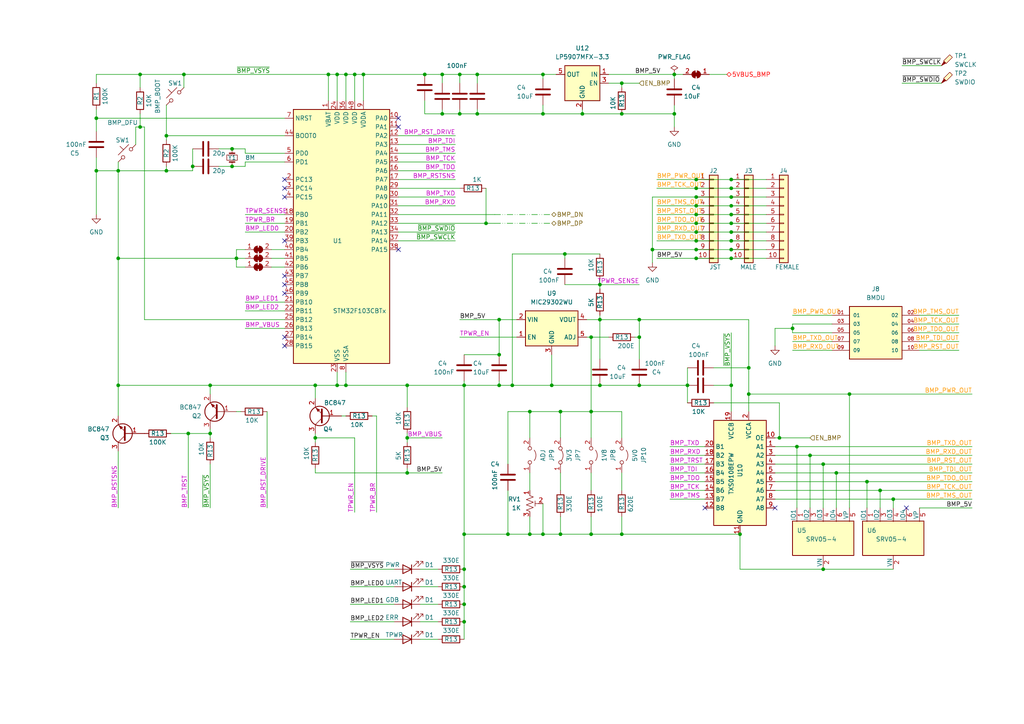
<source format=kicad_sch>
(kicad_sch (version 20230121) (generator eeschema)
  (paper "A4")
  (title_block (title "UniDebug - Unified Embedded Debug & Proto") (date "2023-12-25") (rev "R0V1") (company "Shreyas K (https://github.com/shreyask21)") (comment 1 "https://github.com/shreyask21/UniDebug") (comment 2 "Licence: CC BY-NC-SA 4.0"))
  (junction (at 34.29 74.93))
  (junction (at 212.09 64.77))
  (junction (at 238.76 165.1))
  (junction (at 40.64 36.83))
  (junction (at 128.27 21.59))
  (junction (at 217.17 106.68))
  (junction (at 199.39 111.76))
  (junction (at 180.34 154.94))
  (junction (at 201.93 62.23))
  (junction (at 173.99 111.76))
  (junction (at 67.31 48.26))
  (junction (at 229.87 95.25))
  (junction (at 212.09 69.85))
  (junction (at 153.67 154.94))
  (junction (at 118.11 111.76))
  (junction (at 153.67 119.38))
  (junction (at 238.76 134.62))
  (junction (at 173.99 82.55))
  (junction (at 91.44 127))
  (junction (at 118.11 137.16))
  (junction (at 212.09 59.69))
  (junction (at 128.27 33.02))
  (junction (at 251.46 139.7))
  (junction (at 212.09 52.07))
  (junction (at 134.62 180.34))
  (junction (at 97.79 111.76))
  (junction (at 34.29 49.53))
  (junction (at 34.29 111.76))
  (junction (at 138.43 21.59))
  (junction (at 95.25 21.59))
  (junction (at 212.09 72.39))
  (junction (at 123.19 21.59))
  (junction (at 171.45 97.79))
  (junction (at 91.44 111.76))
  (junction (at 134.62 154.94))
  (junction (at 195.58 33.02))
  (junction (at 100.33 21.59))
  (junction (at 212.09 67.31))
  (junction (at 201.93 59.69))
  (junction (at 48.26 49.53))
  (junction (at 68.58 74.93))
  (junction (at 217.17 114.3))
  (junction (at 201.93 69.85))
  (junction (at 147.32 154.94))
  (junction (at 140.97 64.77))
  (junction (at 134.62 111.76))
  (junction (at 242.57 137.16))
  (junction (at 171.45 154.94))
  (junction (at 201.93 54.61))
  (junction (at 234.95 132.08))
  (junction (at 226.06 127))
  (junction (at 212.09 111.76))
  (junction (at 144.78 102.87))
  (junction (at 157.48 33.02))
  (junction (at 171.45 119.38))
  (junction (at 255.27 142.24))
  (junction (at 180.34 24.13))
  (junction (at 157.48 154.94))
  (junction (at 134.62 165.1))
  (junction (at 246.38 114.3))
  (junction (at 162.56 119.38))
  (junction (at 40.64 21.59))
  (junction (at 201.93 52.07))
  (junction (at 134.62 170.18))
  (junction (at 97.79 21.59))
  (junction (at 185.42 92.71))
  (junction (at 55.88 48.26))
  (junction (at 133.35 21.59))
  (junction (at 185.42 111.76))
  (junction (at 168.91 33.02))
  (junction (at 54.61 125.73))
  (junction (at 201.93 57.15))
  (junction (at 48.26 39.37))
  (junction (at 134.62 175.26))
  (junction (at 212.09 74.93))
  (junction (at 173.99 92.71))
  (junction (at 214.63 154.94))
  (junction (at 180.34 33.02))
  (junction (at 133.35 33.02))
  (junction (at 212.09 54.61))
  (junction (at 231.14 129.54))
  (junction (at 163.83 73.66))
  (junction (at 212.09 62.23))
  (junction (at 100.33 111.76))
  (junction (at 102.87 21.59))
  (junction (at 60.96 111.76))
  (junction (at 201.93 64.77))
  (junction (at 27.94 34.29))
  (junction (at 157.48 21.59))
  (junction (at 160.02 111.76))
  (junction (at 189.23 72.39))
  (junction (at 53.34 21.59))
  (junction (at 212.09 57.15))
  (junction (at 148.59 111.76))
  (junction (at 162.56 154.94))
  (junction (at 201.93 74.93))
  (junction (at 201.93 72.39))
  (junction (at 144.78 92.71))
  (junction (at 118.11 127))
  (junction (at 201.93 67.31))
  (junction (at 195.58 21.59))
  (junction (at 105.41 21.59))
  (junction (at 185.42 97.79))
  (junction (at 259.08 144.78))
  (junction (at 138.43 33.02))
  (junction (at 67.31 43.18))
  (junction (at 144.78 111.76))
  (junction (at 27.94 49.53))
  (junction (at 60.96 125.73))
  (no_connect (at 82.55 82.55))
  (no_connect (at 82.55 100.33))
  (no_connect (at 82.55 69.85))
  (no_connect (at 115.57 34.29))
  (no_connect (at 262.89 147.32))
  (no_connect (at 82.55 52.07))
  (no_connect (at 224.79 147.32))
  (no_connect (at 115.57 72.39))
  (no_connect (at 82.55 54.61))
  (no_connect (at 204.47 147.32))
  (no_connect (at 82.55 97.79))
  (no_connect (at 82.55 57.15))
  (no_connect (at 82.55 80.01))
  (no_connect (at 82.55 85.09))
  (no_connect (at 115.57 36.83))
  (wire (pts (xy 138.43 21.59) (xy 157.48 21.59)))
  (wire (pts (xy 34.29 46.99) (xy 34.29 49.53)))
  (wire (pts (xy 189.23 72.39) (xy 189.23 57.15)))
  (wire (pts (xy 127 165.1) (xy 121.92 165.1)))
  (wire (pts (xy 134.62 170.18) (xy 134.62 175.26)))
  (wire (pts (xy 194.31 134.62) (xy 204.47 134.62)))
  (wire (pts (xy 234.95 132.08) (xy 281.94 132.08)))
  (wire (pts (xy 67.31 48.26) (xy 71.12 48.26)))
  (wire (pts (xy 212.09 52.07) (xy 222.25 52.07)))
  (wire (pts (xy 144.78 92.71) (xy 149.86 92.71)))
  (wire (pts (xy 71.12 46.99) (xy 82.55 46.99)))
  (wire (pts (xy 115.57 64.77) (xy 140.97 64.77)))
  (wire (pts (xy 133.35 21.59) (xy 138.43 21.59)))
  (wire (pts (xy 201.93 62.23) (xy 212.09 62.23)))
  (wire (pts (xy 49.53 125.73) (xy 54.61 125.73)))
  (wire (pts (xy 190.5 62.23) (xy 201.93 62.23)))
  (wire (pts (xy 261.62 24.13) (xy 273.05 24.13)))
  (wire (pts (xy 180.34 33.02) (xy 168.91 33.02)))
  (wire (pts (xy 194.31 129.54) (xy 204.47 129.54)))
  (wire (pts (xy 71.12 87.63) (xy 82.55 87.63)))
  (wire (pts (xy 278.13 93.98) (xy 266.7 93.98)))
  (wire (pts (xy 212.09 57.15) (xy 222.25 57.15)))
  (wire (pts (xy 170.18 92.71) (xy 173.99 92.71)))
  (wire (pts (xy 195.58 30.48) (xy 195.58 33.02)))
  (wire (pts (xy 173.99 82.55) (xy 173.99 83.82)))
  (wire (pts (xy 138.43 33.02) (xy 133.35 33.02)))
  (wire (pts (xy 242.57 137.16) (xy 242.57 147.32)))
  (wire (pts (xy 55.88 48.26) (xy 55.88 49.53)))
  (wire (pts (xy 48.26 39.37) (xy 82.55 39.37)))
  (wire (pts (xy 53.34 21.59) (xy 53.34 25.4)))
  (wire (pts (xy 198.12 21.59) (xy 195.58 21.59)))
  (wire (pts (xy 71.12 43.18) (xy 71.12 44.45)))
  (wire (pts (xy 171.45 149.86) (xy 171.45 154.94)))
  (wire (pts (xy 242.57 137.16) (xy 281.94 137.16)))
  (wire (pts (xy 185.42 92.71) (xy 217.17 92.71)))
  (wire (pts (xy 217.17 106.68) (xy 217.17 114.3)))
  (wire (pts (xy 185.42 104.14) (xy 185.42 97.79)))
  (wire (pts (xy 234.95 147.32) (xy 234.95 132.08)))
  (wire (pts (xy 226.06 116.84) (xy 226.06 127)))
  (wire (pts (xy 147.32 154.94) (xy 153.67 154.94)))
  (wire (pts (xy 229.87 101.6) (xy 241.3 101.6)))
  (wire (pts (xy 101.6 175.26) (xy 114.3 175.26)))
  (wire (pts (xy 144.78 92.71) (xy 144.78 102.87)))
  (wire (pts (xy 34.29 120.65) (xy 34.29 111.76)))
  (wire (pts (xy 115.57 44.45) (xy 132.08 44.45)))
  (wire (pts (xy 278.13 101.6) (xy 266.7 101.6)))
  (wire (pts (xy 48.26 48.26) (xy 48.26 49.53)))
  (wire (pts (xy 134.62 154.94) (xy 134.62 165.1)))
  (wire (pts (xy 118.11 137.16) (xy 128.27 137.16)))
  (wire (pts (xy 123.19 21.59) (xy 128.27 21.59)))
  (wire (pts (xy 71.12 46.99) (xy 71.12 48.26)))
  (wire (pts (xy 128.27 31.75) (xy 128.27 33.02)))
  (wire (pts (xy 259.08 144.78) (xy 281.94 144.78)))
  (wire (pts (xy 201.93 67.31) (xy 212.09 67.31)))
  (wire (pts (xy 194.31 142.24) (xy 204.47 142.24)))
  (wire (pts (xy 163.83 73.66) (xy 148.59 73.66)))
  (wire (pts (xy 201.93 69.85) (xy 212.09 69.85)))
  (wire (pts (xy 170.18 97.79) (xy 171.45 97.79)))
  (wire (pts (xy 229.87 96.52) (xy 241.3 96.52)))
  (wire (pts (xy 229.87 93.98) (xy 229.87 95.25)))
  (wire (pts (xy 128.27 21.59) (xy 133.35 21.59)))
  (wire (pts (xy 71.12 44.45) (xy 82.55 44.45)))
  (wire (pts (xy 91.44 127) (xy 91.44 128.27)))
  (wire (pts (xy 118.11 137.16) (xy 118.11 135.89)))
  (wire (pts (xy 134.62 110.49) (xy 134.62 111.76)))
  (wire (pts (xy 40.64 36.83) (xy 41.91 36.83)))
  (wire (pts (xy 118.11 111.76) (xy 118.11 118.11)))
  (wire (pts (xy 127 185.42) (xy 121.92 185.42)))
  (wire (pts (xy 212.09 111.76) (xy 212.09 119.38)))
  (wire (pts (xy 173.99 92.71) (xy 185.42 92.71)))
  (wire (pts (xy 171.45 137.16) (xy 171.45 142.24)))
  (wire (pts (xy 195.58 33.02) (xy 180.34 33.02)))
  (wire (pts (xy 231.14 129.54) (xy 281.94 129.54)))
  (wire (pts (xy 195.58 21.59) (xy 176.53 21.59)))
  (wire (pts (xy 224.79 142.24) (xy 255.27 142.24)))
  (wire (pts (xy 168.91 33.02) (xy 168.91 31.75)))
  (wire (pts (xy 102.87 29.21) (xy 102.87 21.59)))
  (wire (pts (xy 71.12 72.39) (xy 68.58 72.39)))
  (wire (pts (xy 40.64 33.02) (xy 40.64 36.83)))
  (wire (pts (xy 60.96 111.76) (xy 91.44 111.76)))
  (wire (pts (xy 201.93 64.77) (xy 212.09 64.77)))
  (wire (pts (xy 123.19 29.21) (xy 123.19 33.02)))
  (wire (pts (xy 97.79 21.59) (xy 97.79 29.21)))
  (wire (pts (xy 171.45 97.79) (xy 176.53 97.79)))
  (wire (pts (xy 27.94 34.29) (xy 82.55 34.29)))
  (wire (pts (xy 78.74 77.47) (xy 82.55 77.47)))
  (wire (pts (xy 134.62 180.34) (xy 134.62 185.42)))
  (wire (pts (xy 40.64 25.4) (xy 40.64 21.59)))
  (wire (pts (xy 27.94 21.59) (xy 40.64 21.59)))
  (wire (pts (xy 251.46 139.7) (xy 281.94 139.7)))
  (wire (pts (xy 101.6 165.1) (xy 114.3 165.1)))
  (wire (pts (xy 134.62 111.76) (xy 134.62 154.94)))
  (wire (pts (xy 246.38 114.3) (xy 281.94 114.3)))
  (wire (pts (xy 97.79 111.76) (xy 100.33 111.76)))
  (wire (pts (xy 78.74 72.39) (xy 82.55 72.39)))
  (wire (pts (xy 48.26 30.48) (xy 48.26 39.37)))
  (wire (pts (xy 115.57 39.37) (xy 132.08 39.37)))
  (wire (pts (xy 41.91 92.71) (xy 82.55 92.71)))
  (wire (pts (xy 147.32 142.24) (xy 147.32 154.94)))
  (wire (pts (xy 144.78 111.76) (xy 148.59 111.76)))
  (wire (pts (xy 201.93 57.15) (xy 212.09 57.15)))
  (wire (pts (xy 229.87 95.25) (xy 224.79 95.25)))
  (wire (pts (xy 153.67 119.38) (xy 162.56 119.38)))
  (wire (pts (xy 207.01 116.84) (xy 226.06 116.84)))
  (wire (pts (xy 27.94 45.72) (xy 27.94 49.53)))
  (wire (pts (xy 153.67 154.94) (xy 153.67 149.86)))
  (wire (pts (xy 195.58 22.86) (xy 195.58 21.59)))
  (wire (pts (xy 115.57 59.69) (xy 132.08 59.69)))
  (wire (pts (xy 143.51 62.23) (xy 160.02 62.23)) (stroke (width 0) (type dash_dot_dot)))
  (wire (pts (xy 115.57 46.99) (xy 132.08 46.99)))
  (wire (pts (xy 27.94 49.53) (xy 34.29 49.53)))
  (wire (pts (xy 189.23 72.39) (xy 201.93 72.39)))
  (wire (pts (xy 27.94 38.1) (xy 27.94 34.29)))
  (wire (pts (xy 171.45 154.94) (xy 180.34 154.94)))
  (wire (pts (xy 190.5 52.07) (xy 201.93 52.07)))
  (wire (pts (xy 144.78 110.49) (xy 144.78 111.76)))
  (wire (pts (xy 95.25 21.59) (xy 97.79 21.59)))
  (wire (pts (xy 67.31 43.18) (xy 71.12 43.18)))
  (wire (pts (xy 255.27 142.24) (xy 281.94 142.24)))
  (wire (pts (xy 105.41 21.59) (xy 102.87 21.59)))
  (wire (pts (xy 162.56 149.86) (xy 162.56 154.94)))
  (wire (pts (xy 143.51 64.77) (xy 160.02 64.77)) (stroke (width 0) (type dash_dot_dot)))
  (wire (pts (xy 118.11 128.27) (xy 118.11 127)))
  (wire (pts (xy 189.23 76.2) (xy 189.23 72.39)))
  (wire (pts (xy 127 180.34) (xy 121.92 180.34)))
  (wire (pts (xy 180.34 25.4) (xy 180.34 24.13)))
  (wire (pts (xy 157.48 30.48) (xy 157.48 33.02)))
  (wire (pts (xy 212.09 96.52) (xy 212.09 111.76)))
  (wire (pts (xy 266.7 147.32) (xy 281.94 147.32)))
  (wire (pts (xy 134.62 165.1) (xy 134.62 170.18)))
  (wire (pts (xy 190.5 67.31) (xy 201.93 67.31)))
  (wire (pts (xy 173.99 111.76) (xy 185.42 111.76)))
  (wire (pts (xy 189.23 57.15) (xy 201.93 57.15)))
  (wire (pts (xy 212.09 62.23) (xy 222.25 62.23)))
  (wire (pts (xy 34.29 111.76) (xy 60.96 111.76)))
  (wire (pts (xy 100.33 120.65) (xy 99.06 120.65)))
  (wire (pts (xy 115.57 62.23) (xy 143.51 62.23)))
  (wire (pts (xy 115.57 57.15) (xy 132.08 57.15)))
  (wire (pts (xy 123.19 33.02) (xy 128.27 33.02)))
  (wire (pts (xy 171.45 119.38) (xy 180.34 119.38)))
  (wire (pts (xy 224.79 127) (xy 226.06 127)))
  (wire (pts (xy 241.3 91.44) (xy 229.87 91.44)))
  (wire (pts (xy 238.76 134.62) (xy 238.76 147.32)))
  (wire (pts (xy 217.17 114.3) (xy 217.17 119.38)))
  (wire (pts (xy 238.76 165.1) (xy 259.08 165.1)))
  (wire (pts (xy 71.12 64.77) (xy 82.55 64.77)))
  (wire (pts (xy 194.31 144.78) (xy 204.47 144.78)))
  (wire (pts (xy 134.62 111.76) (xy 144.78 111.76)))
  (wire (pts (xy 205.74 21.59) (xy 210.82 21.59)))
  (wire (pts (xy 102.87 148.59) (xy 102.87 127)))
  (wire (pts (xy 201.93 74.93) (xy 212.09 74.93)))
  (wire (pts (xy 231.14 129.54) (xy 231.14 147.32)))
  (wire (pts (xy 180.34 24.13) (xy 185.42 24.13)))
  (wire (pts (xy 102.87 21.59) (xy 100.33 21.59)))
  (wire (pts (xy 162.56 119.38) (xy 171.45 119.38)))
  (wire (pts (xy 39.37 36.83) (xy 40.64 36.83)))
  (wire (pts (xy 48.26 49.53) (xy 55.88 49.53)))
  (wire (pts (xy 27.94 21.59) (xy 27.94 24.13)))
  (wire (pts (xy 224.79 134.62) (xy 238.76 134.62)))
  (wire (pts (xy 100.33 111.76) (xy 100.33 107.95)))
  (wire (pts (xy 212.09 67.31) (xy 222.25 67.31)))
  (wire (pts (xy 140.97 54.61) (xy 140.97 64.77)))
  (wire (pts (xy 214.63 154.94) (xy 214.63 165.1)))
  (wire (pts (xy 53.34 21.59) (xy 95.25 21.59)))
  (wire (pts (xy 109.22 120.65) (xy 107.95 120.65)))
  (wire (pts (xy 255.27 142.24) (xy 255.27 147.32)))
  (wire (pts (xy 171.45 119.38) (xy 171.45 127)))
  (wire (pts (xy 134.62 175.26) (xy 134.62 180.34)))
  (wire (pts (xy 34.29 74.93) (xy 34.29 111.76)))
  (wire (pts (xy 212.09 74.93) (xy 222.25 74.93)))
  (wire (pts (xy 100.33 29.21) (xy 100.33 21.59)))
  (wire (pts (xy 128.27 24.13) (xy 128.27 21.59)))
  (wire (pts (xy 224.79 132.08) (xy 234.95 132.08)))
  (wire (pts (xy 190.5 69.85) (xy 201.93 69.85)))
  (wire (pts (xy 201.93 52.07) (xy 212.09 52.07)))
  (wire (pts (xy 71.12 77.47) (xy 68.58 77.47)))
  (wire (pts (xy 147.32 134.62) (xy 147.32 119.38)))
  (wire (pts (xy 71.12 62.23) (xy 82.55 62.23)))
  (wire (pts (xy 217.17 114.3) (xy 246.38 114.3)))
  (wire (pts (xy 246.38 114.3) (xy 246.38 147.32)))
  (wire (pts (xy 201.93 54.61) (xy 212.09 54.61)))
  (wire (pts (xy 173.99 82.55) (xy 185.42 82.55)))
  (wire (pts (xy 153.67 154.94) (xy 157.48 154.94)))
  (wire (pts (xy 133.35 92.71) (xy 144.78 92.71)))
  (wire (pts (xy 194.31 137.16) (xy 204.47 137.16)))
  (wire (pts (xy 55.88 43.18) (xy 55.88 48.26)))
  (wire (pts (xy 185.42 111.76) (xy 199.39 111.76)))
  (wire (pts (xy 184.15 97.79) (xy 185.42 97.79)))
  (wire (pts (xy 48.26 39.37) (xy 48.26 40.64)))
  (wire (pts (xy 157.48 33.02) (xy 168.91 33.02)))
  (wire (pts (xy 71.12 90.17) (xy 82.55 90.17)))
  (wire (pts (xy 157.48 21.59) (xy 161.29 21.59)))
  (wire (pts (xy 190.5 74.93) (xy 201.93 74.93)))
  (wire (pts (xy 97.79 107.95) (xy 97.79 111.76)))
  (wire (pts (xy 251.46 139.7) (xy 251.46 147.32)))
  (wire (pts (xy 68.58 72.39) (xy 68.58 74.93)))
  (wire (pts (xy 41.91 36.83) (xy 41.91 92.71)))
  (wire (pts (xy 207.01 106.68) (xy 217.17 106.68)))
  (wire (pts (xy 63.5 48.26) (xy 67.31 48.26)))
  (wire (pts (xy 173.99 92.71) (xy 173.99 104.14)))
  (wire (pts (xy 91.44 135.89) (xy 91.44 137.16)))
  (wire (pts (xy 148.59 73.66) (xy 148.59 111.76)))
  (wire (pts (xy 214.63 165.1) (xy 238.76 165.1)))
  (wire (pts (xy 27.94 31.75) (xy 27.94 34.29)))
  (wire (pts (xy 162.56 154.94) (xy 171.45 154.94)))
  (wire (pts (xy 100.33 21.59) (xy 97.79 21.59)))
  (wire (pts (xy 91.44 137.16) (xy 118.11 137.16)))
  (wire (pts (xy 127 170.18) (xy 121.92 170.18)))
  (wire (pts (xy 180.34 127) (xy 180.34 119.38)))
  (wire (pts (xy 278.13 91.44) (xy 266.7 91.44)))
  (wire (pts (xy 34.29 49.53) (xy 48.26 49.53)))
  (wire (pts (xy 133.35 24.13) (xy 133.35 21.59)))
  (wire (pts (xy 171.45 97.79) (xy 171.45 119.38)))
  (wire (pts (xy 173.99 82.55) (xy 163.83 82.55)))
  (wire (pts (xy 163.83 74.93) (xy 163.83 73.66)))
  (wire (pts (xy 63.5 43.18) (xy 67.31 43.18)))
  (wire (pts (xy 115.57 49.53) (xy 132.08 49.53)))
  (wire (pts (xy 115.57 52.07) (xy 132.08 52.07)))
  (wire (pts (xy 133.35 31.75) (xy 133.35 33.02)))
  (wire (pts (xy 34.29 49.53) (xy 34.29 74.93)))
  (wire (pts (xy 199.39 106.68) (xy 199.39 111.76)))
  (wire (pts (xy 115.57 67.31) (xy 132.08 67.31)))
  (wire (pts (xy 115.57 69.85) (xy 132.08 69.85)))
  (wire (pts (xy 180.34 137.16) (xy 180.34 142.24)))
  (wire (pts (xy 201.93 59.69) (xy 212.09 59.69)))
  (wire (pts (xy 60.96 147.32) (xy 60.96 134.62)))
  (wire (pts (xy 100.33 111.76) (xy 118.11 111.76)))
  (wire (pts (xy 224.79 144.78) (xy 259.08 144.78)))
  (wire (pts (xy 194.31 132.08) (xy 204.47 132.08)))
  (wire (pts (xy 134.62 154.94) (xy 147.32 154.94)))
  (wire (pts (xy 261.62 19.05) (xy 273.05 19.05)))
  (wire (pts (xy 78.74 74.93) (xy 82.55 74.93)))
  (wire (pts (xy 207.01 111.76) (xy 212.09 111.76)))
  (wire (pts (xy 27.94 49.53) (xy 27.94 62.23)))
  (wire (pts (xy 101.6 170.18) (xy 114.3 170.18)))
  (wire (pts (xy 173.99 81.28) (xy 173.99 82.55)))
  (wire (pts (xy 212.09 69.85) (xy 222.25 69.85)))
  (wire (pts (xy 138.43 24.13) (xy 138.43 21.59)))
  (wire (pts (xy 91.44 111.76) (xy 97.79 111.76)))
  (wire (pts (xy 229.87 93.98) (xy 241.3 93.98)))
  (wire (pts (xy 105.41 21.59) (xy 123.19 21.59)))
  (wire (pts (xy 118.11 111.76) (xy 134.62 111.76)))
  (wire (pts (xy 138.43 31.75) (xy 138.43 33.02)))
  (wire (pts (xy 68.58 77.47) (xy 68.58 74.93)))
  (wire (pts (xy 127 175.26) (xy 121.92 175.26)))
  (wire (pts (xy 69.85 119.38) (xy 68.58 119.38)))
  (wire (pts (xy 128.27 127) (xy 118.11 127)))
  (wire (pts (xy 133.35 97.79) (xy 149.86 97.79)))
  (wire (pts (xy 54.61 147.32) (xy 54.61 125.73)))
  (wire (pts (xy 190.5 59.69) (xy 201.93 59.69)))
  (wire (pts (xy 101.6 180.34) (xy 114.3 180.34)))
  (wire (pts (xy 39.37 36.83) (xy 39.37 41.91)))
  (wire (pts (xy 160.02 111.76) (xy 148.59 111.76)))
  (wire (pts (xy 224.79 137.16) (xy 242.57 137.16)))
  (wire (pts (xy 160.02 102.87) (xy 160.02 111.76)))
  (wire (pts (xy 194.31 139.7) (xy 204.47 139.7)))
  (wire (pts (xy 160.02 111.76) (xy 173.99 111.76)))
  (wire (pts (xy 140.97 64.77) (xy 143.51 64.77)))
  (wire (pts (xy 212.09 54.61) (xy 222.25 54.61)))
  (wire (pts (xy 54.61 125.73) (xy 60.96 125.73)))
  (wire (pts (xy 157.48 146.05) (xy 157.48 154.94)))
  (wire (pts (xy 153.67 137.16) (xy 153.67 142.24)))
  (wire (pts (xy 162.56 137.16) (xy 162.56 142.24)))
  (wire (pts (xy 60.96 111.76) (xy 60.96 114.3)))
  (wire (pts (xy 71.12 95.25) (xy 82.55 95.25)))
  (wire (pts (xy 185.42 97.79) (xy 185.42 92.71)))
  (wire (pts (xy 40.64 21.59) (xy 53.34 21.59)))
  (wire (pts (xy 173.99 73.66) (xy 163.83 73.66)))
  (wire (pts (xy 34.29 147.32) (xy 34.29 130.81)))
  (wire (pts (xy 109.22 148.59) (xy 109.22 120.65)))
  (wire (pts (xy 224.79 129.54) (xy 231.14 129.54)))
  (wire (pts (xy 176.53 24.13) (xy 180.34 24.13)))
  (wire (pts (xy 259.08 144.78) (xy 259.08 147.32)))
  (wire (pts (xy 91.44 125.73) (xy 91.44 127)))
  (wire (pts (xy 34.29 74.93) (xy 68.58 74.93)))
  (wire (pts (xy 241.3 99.06) (xy 229.87 99.06)))
  (wire (pts (xy 147.32 119.38) (xy 153.67 119.38)))
  (wire (pts (xy 134.62 102.87) (xy 144.78 102.87)))
  (wire (pts (xy 91.44 115.57) (xy 91.44 111.76)))
  (wire (pts (xy 224.79 139.7) (xy 251.46 139.7)))
  (wire (pts (xy 102.87 127) (xy 91.44 127)))
  (wire (pts (xy 199.39 111.76) (xy 199.39 116.84)))
  (wire (pts (xy 71.12 67.31) (xy 82.55 67.31)))
  (wire (pts (xy 201.93 72.39) (xy 212.09 72.39)))
  (wire (pts (xy 180.34 149.86) (xy 180.34 154.94)))
  (wire (pts (xy 224.79 95.25) (xy 224.79 100.33)))
  (wire (pts (xy 77.47 147.32) (xy 77.47 119.38)))
  (wire (pts (xy 157.48 154.94) (xy 162.56 154.94)))
  (wire (pts (xy 212.09 72.39) (xy 222.25 72.39)))
  (wire (pts (xy 118.11 127) (xy 118.11 125.73)))
  (wire (pts (xy 173.99 91.44) (xy 173.99 92.71)))
  (wire (pts (xy 101.6 185.42) (xy 114.3 185.42)))
  (wire (pts (xy 133.35 54.61) (xy 115.57 54.61)))
  (wire (pts (xy 105.41 29.21) (xy 105.41 21.59)))
  (wire (pts (xy 238.76 134.62) (xy 281.94 134.62)))
  (wire (pts (xy 162.56 127) (xy 162.56 119.38)))
  (wire (pts (xy 278.13 99.06) (xy 266.7 99.06)))
  (wire (pts (xy 95.25 29.21) (xy 95.25 21.59)))
  (wire (pts (xy 128.27 33.02) (xy 133.35 33.02)))
  (wire (pts (xy 157.48 33.02) (xy 138.43 33.02)))
  (wire (pts (xy 226.06 127) (xy 234.95 127)))
  (wire (pts (xy 229.87 95.25) (xy 229.87 96.52)))
  (wire (pts (xy 157.48 22.86) (xy 157.48 21.59)))
  (wire (pts (xy 60.96 127) (xy 60.96 125.73)))
  (wire (pts (xy 278.13 96.52) (xy 266.7 96.52)))
  (wire (pts (xy 212.09 64.77) (xy 222.25 64.77)))
  (wire (pts (xy 212.09 59.69) (xy 222.25 59.69)))
  (wire (pts (xy 195.58 33.02) (xy 195.58 36.83)))
  (wire (pts (xy 190.5 54.61) (xy 201.93 54.61)))
  (wire (pts (xy 60.96 125.73) (xy 60.96 124.46)))
  (wire (pts (xy 68.58 74.93) (xy 71.12 74.93)))
  (wire (pts (xy 180.34 154.94) (xy 214.63 154.94)))
  (wire (pts (xy 217.17 92.71) (xy 217.17 106.68)))
  (wire (pts (xy 190.5 64.77) (xy 201.93 64.77)))
  (wire (pts (xy 153.67 127) (xy 153.67 119.38)))
  (wire (pts (xy 115.57 41.91) (xy 132.08 41.91)))
  (label "TPWR_EN" (at 101.6 185.42 0))
  (label "BMP_5V" (at 190.5 74.93 0))
  (label "TPWR_BR" (at 71.12 64.77 0))
  (label "BMP_RST_DRIVE" (at 77.47 147.32 90))
  (label "TPWR_SENSE" (at 185.42 82.55 180))
  (label "BMP_5V" (at 128.27 137.16 180))
  (label "BMP_5V" (at 184.15 21.59 0))
  (label "BMP_LED0" (at 71.12 67.31 0))
  (label "BMP_LED1" (at 71.12 87.63 0))
  (label "BMP_RST_OUT" (at 278.13 101.6 180))
  (label "~{BMP_SWCLK}" (at 261.62 19.05 0))
  (label "BMP_VBUS" (at 71.12 95.25 0))
  (label "BMP_TDO_OUT" (at 278.13 96.52 180))
  (label "~{BMP_VSYS}" (at 60.96 147.32 90))
  (label "BMP_PWR_OUT" (at 190.5 52.07 0))
  (label "BMP_RXD_OUT" (at 190.5 67.31 0))
  (label "BMP_TMS" (at 194.31 144.78 0))
  (label "BMP_LED2" (at 101.6 180.34 0))
  (label "~{BMP_VSYS}" (at 101.6 165.1 0))
  (label "BMP_LED1" (at 101.6 175.26 0))
  (label "BMP_TXD" (at 132.08 57.15 180))
  (label "TPWR_BR" (at 109.22 148.59 90))
  (label "BMP_TXD" (at 194.31 129.54 0))
  (label "BMP_RST_OUT" (at 281.94 134.62 180))
  (label "TPWR_EN" (at 133.35 97.79 0))
  (label "BMP_5V" (at 133.35 92.71 0))
  (label "BMP_RSTSNS" (at 132.08 52.07 180))
  (label "BMP_TMS_OUT" (at 278.13 91.44 180))
  (label "BMP_RST_DRIVE" (at 132.08 39.37 180))
  (label "BMP_TDO" (at 132.08 49.53 180))
  (label "BMP_TXD_OUT" (at 229.87 99.06 0))
  (label "BMP_TCK_OUT" (at 190.5 54.61 0))
  (label "~{BMP_SWDIO}" (at 132.08 67.31 180))
  (label "BMP_TDO" (at 194.31 139.7 0))
  (label "BMP_RSTSNS" (at 34.29 147.32 90))
  (label "BMP_TDI" (at 194.31 137.16 0))
  (label "BMP_5V" (at 281.94 147.32 180))
  (label "BMP_RXD_OUT" (at 229.87 101.6 0))
  (label "BMP_RXD_OUT" (at 281.94 132.08 180))
  (label "BMP_RXD" (at 132.08 59.69 180))
  (label "BMP_TMS_OUT" (at 281.94 144.78 180))
  (label "BMP_LED0" (at 101.6 170.18 0))
  (label "BMP_PWR_OUT" (at 229.87 91.44 0))
  (label "BMP_TCK_OUT" (at 278.13 93.98 180))
  (label "~{BMP_VSYS}" (at 68.58 21.59 0))
  (label "BMP_TRST" (at 54.61 147.32 90))
  (label "BMP_TDO_OUT" (at 281.94 139.7 180))
  (label "~{BMP_SWDIO}" (at 261.62 24.13 0))
  (label "BMP_TDI" (at 132.08 41.91 180))
  (label "BMP_TCK_OUT" (at 281.94 142.24 180))
  (label "BMP_TDO_OUT" (at 190.5 64.77 0))
  (label "~{BMP_VSYS}" (at 212.09 96.52 270))
  (label "BMP_VBUS" (at 128.27 127 180))
  (label "BMP_RST_OUT" (at 190.5 62.23 0))
  (label "BMP_PWR_OUT" (at 281.94 114.3 180))
  (label "BMP_TDI_OUT" (at 281.94 137.16 180))
  (label "TPWR_EN" (at 102.87 148.59 90))
  (label "BMP_TMS" (at 132.08 44.45 180))
  (label "BMP_RXD" (at 194.31 132.08 0))
  (label "BMP_TRST" (at 194.31 134.62 0))
  (label "BMP_TDI_OUT" (at 278.13 99.06 180))
  (label "BMP_TXD_OUT" (at 281.94 129.54 180))
  (label "~{BMP_SWCLK}" (at 132.08 69.85 180))
  (label "BMP_TMS_OUT" (at 190.5 59.69 0))
  (label "BMP_TCK" (at 132.08 46.99 180))
  (label "BMP_LED2" (at 71.12 90.17 0))
  (label "BMP_TCK" (at 194.31 142.24 0))
  (label "TPWR_SENSE" (at 71.12 62.23 0))
  (label "BMP_TXD_OUT" (at 190.5 69.85 0))
  (hierarchical_label "BMP_DN" (shape bidirectional) (at 160.02 62.23 0))
  (hierarchical_label "5VBUS_BMP" (shape bidirectional) (at 210.82 21.59 0))
  (hierarchical_label "EN_BMP" (shape input) (at 185.42 24.13 0))
  (hierarchical_label "EN_BMP" (shape input) (at 234.95 127 0))
  (hierarchical_label "BMP_DP" (shape bidirectional) (at 160.02 64.77 0))
  (symbol (lib_id "Device:R") (at 180.34 146.05 0) (unit 1)
    (property "Reference" "R13" (at 180.34 146.05 90))
    (property "Value" "620E" (at 182.88 148.59 90) (effects (justify left)))
    (property "Footprint" "Resistor_SMD:R_0805_2012Metric_Pad1.20x1.40mm_HandSolder" (effects hide))
    (instances (project "Custom_BMP" (path "" (reference "R13") (unit 1)) (path "" (reference "R45") (unit 1))))
  )
  (symbol (lib_id "Connector_Generic:Conn_01x10") (at 227.33 62.23 0) (unit 1)
    (property "Reference" "J4" (at 226.06 49.53 0) (effects (justify left)))
    (property "Value" "FEMALE" (at 224.79 77.47 0) (effects (justify left)))
    (property "Footprint" "Connector_PinSocket_2.54mm:PinSocket_1x10_P2.54mm_Vertical" (effects hide))
    (instances (project "Custom_BMP" (path "" (reference "J4") (unit 1)) (path "" (reference "J6") (unit 1))))
  )
  (symbol (lib_id "Transistor_BJT:BC847") (at 63.5 119.38 180) (unit 1)
    (property "Reference" "Q2" (at 58.42 120.65 0) (effects (justify left)))
    (property "Value" "BC847" (at 58.42 118.11 0) (effects (justify left)))
    (property "Footprint" "Package_TO_SOT_SMD:SOT-23" (effects hide))
    (property "Datasheet" "http://www.infineon.com/dgdl/Infineon-BC847SERIES_BC848SERIES_BC849SERIES_BC850SERIES-DS-v01_01-en.pdf?fileId=db3a304314dca389011541d4630a1657" (effects hide))
  )
  (symbol (lib_id "Device:C") (at 27.94 41.91 0) (unit 1)
    (property "Reference" "C5" (at 20.32 44.45 0) (effects (justify left)))
    (property "Value" "100nF" (at 19.05 41.91 0) (effects (justify left)))
    (property "Footprint" "Capacitor_SMD:C_0805_2012Metric_Pad1.18x1.45mm_HandSolder" (effects hide))
    (instances (project "Custom_BMP" (path "" (reference "C5") (unit 1)) (path "" (reference "C10") (unit 1))))
  )
  (symbol (lib_id "Transistor_BJT:BC847") (at 36.83 125.73 180) (unit 1)
    (property "Reference" "Q3" (at 31.75 127 0) (effects (justify left)))
    (property "Value" "BC847" (at 31.75 124.46 0) (effects (justify left)))
    (property "Footprint" "Package_TO_SOT_SMD:SOT-23" (effects hide))
    (property "Datasheet" "http://www.infineon.com/dgdl/Infineon-BC847SERIES_BC848SERIES_BC849SERIES_BC850SERIES-DS-v01_01-en.pdf?fileId=db3a304314dca389011541d4630a1657" (effects hide))
  )
  (symbol (lib_id "Jumper:SolderJumper_2_Bridged") (at 74.93 74.93 0) (unit 1)
    (property "Reference" "JP3" (effects hide))
    (property "Value" "SolderJumper_2_Open" (effects hide))
    (property "Footprint" "Jumper:SolderJumper-2_P1.3mm_Open_RoundedPad1.0x1.5mm" (effects hide))
  )
  (symbol (lib_id "Device:R") (at 137.16 54.61 90) (unit 1)
    (property "Reference" "R13" (at 137.16 54.61 90))
    (property "Value" "1K" (at 139.7 52.07 90) (effects (justify left)))
    (property "Footprint" "Resistor_SMD:R_0805_2012Metric_Pad1.20x1.40mm_HandSolder" (effects hide))
    (instances (project "Custom_BMP" (path "" (reference "R13") (unit 1)) (path "" (reference "R24") (unit 1))))
  )
  (symbol (lib_id "Device:Crystal_Small") (at 67.31 45.72 90) (unit 1)
    (property "Reference" "Y1" (at 66.04 45.72 90) (effects (justify right)))
    (property "Value" "8M" (at 71.12 45.72 90) (effects (justify right)))
    (property "Footprint" "Crystal:Crystal_SMD_HC49-SD" (effects hide))
    (instances (project "Custom_BMP" (path "" (reference "Y1") (unit 1)) (path "" (reference "Y2") (unit 1))))
  )
  (symbol (lib_id "Transistor_BJT:BC847") (at 93.98 120.65 180) (unit 1)
    (property "Reference" "Q4" (at 96.52 124.46 0) (effects (justify left)))
    (property "Value" "BC847" (at 100.33 116.84 0) (effects (justify left)))
    (property "Footprint" "Package_TO_SOT_SMD:SOT-23" (effects hide))
    (property "Datasheet" "http://www.infineon.com/dgdl/Infineon-BC847SERIES_BC848SERIES_BC849SERIES_BC850SERIES-DS-v01_01-en.pdf?fileId=db3a304314dca389011541d4630a1657" (effects hide))
  )
  (symbol (lib_id "power:GND") (at 189.23 76.2 0) (unit 1)
    (property "Reference" "#PWR09" (effects hide))
    (property "Value" "GND" (at 189.23 81.28 0))
    (instances (project "Custom_BMP" (path "" (reference "#PWR09") (unit 1)) (path "" (reference "#PWR019") (unit 1))))
  )
  (symbol (lib_id "Device:R") (at 180.34 29.21 180) (unit 1)
    (property "Reference" "R13" (at 180.34 29.21 90))
    (property "Value" "10K" (at 177.8 27.94 90) (effects (justify left)))
    (property "Footprint" "Resistor_SMD:R_0805_2012Metric_Pad1.20x1.40mm_HandSolder" (effects hide))
    (instances (project "Custom_BMP" (path "" (reference "R13") (unit 1)) (path "" (reference "R40") (unit 1))))
  )
  (symbol (lib_id "Jumper:Jumper_2_Open") (at 180.34 132.08 270) (mirror x) (unit 1)
    (property "Reference" "JP10" (at 186.69 132.08 0))
    (property "Value" "5V0" (at 184.15 132.08 0))
    (property "Footprint" "Connector_PinHeader_2.54mm:PinHeader_1x02_P2.54mm_Vertical" (effects hide))
  )
  (symbol (lib_id "Device:LED") (at 118.11 165.1 180) (unit 1)
    (property "Reference" "D1" (at 123.19 163.83 0) (effects (justify right)))
    (property "Value" "PWR" (at 111.76 163.83 0) (effects (justify right)))
    (property "Footprint" "LED_SMD:LED_0805_2012Metric_Pad1.15x1.40mm_HandSolder" (effects hide))
    (instances (project "Custom_BMP" (path "" (reference "D1") (unit 1)) (path "" (reference "D3") (unit 1))))
  )
  (symbol (lib_id "Device:C") (at 133.35 27.94 0) (unit 1)
    (property "Reference" "C3" (effects hide))
    (property "Value" "100nF" (effects hide))
    (property "Footprint" "Capacitor_SMD:C_0805_2012Metric_Pad1.18x1.45mm_HandSolder" (effects hide))
    (instances (project "Custom_BMP" (path "" (reference "C3") (unit 1)) (path "" (reference "C15") (unit 1))))
  )
  (symbol (lib_id "Device:R") (at 130.81 185.42 90) (unit 1)
    (property "Reference" "R13" (at 130.81 185.42 90))
    (property "Value" "330E" (at 133.35 182.88 90) (effects (justify left)))
    (property "Footprint" "Resistor_SMD:R_0805_2012Metric_Pad1.20x1.40mm_HandSolder" (effects hide))
    (instances (project "Custom_BMP" (path "" (reference "R13") (unit 1)) (path "" (reference "R50") (unit 1))))
  )
  (symbol (lib_id "Device:R") (at 130.81 170.18 90) (unit 1)
    (property "Reference" "R13" (at 130.81 170.18 90))
    (property "Value" "330E" (at 133.35 167.64 90) (effects (justify left)))
    (property "Footprint" "Resistor_SMD:R_0805_2012Metric_Pad1.20x1.40mm_HandSolder" (effects hide))
    (instances (project "Custom_BMP" (path "" (reference "R13") (unit 1)) (path "" (reference "R46") (unit 1))))
  )
  (symbol (lib_id "Jumper:Jumper_2_Bridged") (at 162.56 132.08 270) (mirror x) (unit 1)
    (property "Reference" "JP7" (at 167.64 132.08 0))
    (property "Value" "3V3" (at 165.1 132.08 0))
    (property "Footprint" "Connector_PinHeader_2.54mm:PinHeader_1x02_P2.54mm_Vertical" (effects hide))
  )
  (symbol (lib_id "Device:R_Potentiometer_Trim_US") (at 153.67 146.05 0) (unit 1)
    (property "Reference" "RV1" (at 151.13 144.78 0) (effects (justify right)))
    (property "Value" "1K" (at 151.13 147.32 0) (effects (justify right)))
    (property "Footprint" "Potentiometer_THT:Potentiometer_Bourns_3006P_Horizontal" (effects hide))
  )
  (symbol (lib_id "Device:R") (at 118.11 121.92 180) (unit 1)
    (property "Reference" "R13" (at 118.11 121.92 90))
    (property "Value" "10K" (at 115.57 119.38 90) (effects (justify left)))
    (property "Footprint" "Resistor_SMD:R_0805_2012Metric_Pad1.20x1.40mm_HandSolder" (effects hide))
    (instances (project "Custom_BMP" (path "" (reference "R13") (unit 1)) (path "" (reference "R29") (unit 1))))
  )
  (symbol (lib_id "Device:C") (at 157.48 26.67 0) (unit 1)
    (property "Reference" "C4" (at 149.86 25.4 0) (effects (justify left)))
    (property "Value" "10uF" (at 149.86 27.94 0) (effects (justify left)))
    (property "Footprint" "Capacitor_SMD:C_0805_2012Metric_Pad1.18x1.45mm_HandSolder" (effects hide))
    (instances (project "Custom_BMP" (path "" (reference "C4") (unit 1)) (path "" (reference "C21") (unit 1))))
  )
  (symbol (lib_id "Device:LED") (at 118.11 175.26 180) (unit 1)
    (property "Reference" "D1" (at 123.19 173.99 0) (effects (justify right)))
    (property "Value" "GDB" (at 111.76 173.99 0) (effects (justify right)))
    (property "Footprint" "LED_SMD:LED_0805_2012Metric_Pad1.15x1.40mm_HandSolder" (effects hide))
    (instances (project "Custom_BMP" (path "" (reference "D1") (unit 1)) (path "" (reference "D5") (unit 1))))
  )
  (symbol (lib_id "Device:C") (at 134.62 106.68 0) (unit 1)
    (property "Reference" "C4" (at 127 105.41 0) (effects (justify left)))
    (property "Value" "100nF" (at 125.73 107.95 0) (effects (justify left)))
    (property "Footprint" "Capacitor_SMD:C_0805_2012Metric_Pad1.18x1.45mm_HandSolder" (effects hide))
    (instances (project "Custom_BMP" (path "" (reference "C4") (unit 1)) (path "" (reference "C24") (unit 1))))
  )
  (symbol (lib_id "Device:R") (at 130.81 180.34 90) (unit 1)
    (property "Reference" "R13" (at 130.81 180.34 90))
    (property "Value" "330E" (at 133.35 177.8 90) (effects (justify left)))
    (property "Footprint" "Resistor_SMD:R_0805_2012Metric_Pad1.20x1.40mm_HandSolder" (effects hide))
    (instances (project "Custom_BMP" (path "" (reference "R13") (unit 1)) (path "" (reference "R49") (unit 1))))
  )
  (symbol (lib_id "Jumper:SolderJumper_2_Bridged") (at 74.93 77.47 0) (unit 1)
    (property "Reference" "JP4" (effects hide))
    (property "Value" "SolderJumper_2_Open" (effects hide))
    (property "Footprint" "Jumper:SolderJumper-2_P1.3mm_Open_RoundedPad1.0x1.5mm" (effects hide))
  )
  (symbol (lib_id "Device:R") (at 40.64 29.21 180) (unit 1)
    (property "Reference" "R2" (at 40.64 29.21 90))
    (property "Value" "10K" (at 43.18 29.21 90))
    (property "Footprint" "Resistor_SMD:R_0805_2012Metric_Pad1.20x1.40mm_HandSolder" (effects hide))
    (instances (project "Custom_BMP" (path "" (reference "R2") (unit 1)) (path "" (reference "R25") (unit 1))))
  )
  (symbol (lib_id "Logic_LevelTranslator:TXS0108EPW") (at 214.63 137.16 0) (mirror y) (unit 1)
    (property "Reference" "U10" (at 214.63 138.43 90) (effects (justify left)))
    (property "Value" "TXS0108EPW" (at 212.09 143.51 90) (effects (justify left)))
    (property "Footprint" "Package_SO:TSSOP-20_4.4x6.5mm_P0.65mm" (effects hide))
    (property "Datasheet" "www.ti.com/lit/ds/symlink/txs0108e.pdf" (effects hide))
  )
  (symbol (lib_id "Device:R") (at 130.81 175.26 90) (unit 1)
    (property "Reference" "R13" (at 130.81 175.26 90))
    (property "Value" "330E" (at 133.35 172.72 90) (effects (justify left)))
    (property "Footprint" "Resistor_SMD:R_0805_2012Metric_Pad1.20x1.40mm_HandSolder" (effects hide))
    (instances (project "Custom_BMP" (path "" (reference "R13") (unit 1)) (path "" (reference "R48") (unit 1))))
  )
  (symbol (lib_id "Jumper:SolderJumper_2_Bridged") (at 201.93 21.59 180) (unit 1)
    (property "Reference" "JP5" (effects hide))
    (property "Value" "SolderJumper_2_Bridged" (effects hide))
    (property "Footprint" "Jumper:SolderJumper-2_P1.3mm_Open_RoundedPad1.0x1.5mm" (effects hide))
    (instances (project "Custom_BMP" (path "" (reference "JP5") (unit 1)) (path "" (reference "JP6") (unit 1))))
  )
  (symbol (lib_id "Device:C") (at 128.27 27.94 0) (unit 1)
    (property "Reference" "C2" (effects hide))
    (property "Value" "100nF" (at 129.54 19.05 0) (effects (justify left)))
    (property "Footprint" "Capacitor_SMD:C_0805_2012Metric_Pad1.18x1.45mm_HandSolder" (effects hide))
    (instances (project "Custom_BMP" (path "" (reference "C2") (unit 1)) (path "" (reference "C14") (unit 1))))
  )
  (symbol (lib_id "Device:R") (at 162.56 146.05 0) (unit 1)
    (property "Reference" "R13" (at 162.56 146.05 90))
    (property "Value" "330E" (at 165.1 148.59 90) (effects (justify left)))
    (property "Footprint" "Resistor_SMD:R_0805_2012Metric_Pad1.20x1.40mm_HandSolder" (effects hide))
    (instances (project "Custom_BMP" (path "" (reference "R13") (unit 1)) (path "" (reference "R39") (unit 1))))
  )
  (symbol (lib_id "power:GND") (at 195.58 36.83 0) (unit 1)
    (property "Reference" "#PWR09" (effects hide))
    (property "Value" "GND" (at 195.58 41.91 0))
  )
  (symbol (lib_id "Device:R") (at 130.81 165.1 90) (unit 1)
    (property "Reference" "R13" (at 130.81 165.1 90))
    (property "Value" "330E" (at 133.35 162.56 90) (effects (justify left)))
    (property "Footprint" "Resistor_SMD:R_0805_2012Metric_Pad1.20x1.40mm_HandSolder" (effects hide))
    (instances (project "Custom_BMP" (path "" (reference "R13") (unit 1)) (path "" (reference "R33") (unit 1))))
  )
  (symbol (lib_id "Device:R") (at 91.44 132.08 180) (unit 1)
    (property "Reference" "R13" (at 91.44 132.08 90))
    (property "Value" "10K" (at 88.9 129.54 90) (effects (justify left)))
    (property "Footprint" "Capacitor_SMD:C_0805_2012Metric_Pad1.18x1.45mm_HandSolder" (effects hide))
    (instances (project "Custom_BMP" (path "" (reference "R13") (unit 1)) (path "" (reference "R34") (unit 1))))
  )
  (symbol (lib_id "Device:R") (at 45.72 125.73 270) (unit 1)
    (property "Reference" "R13" (at 45.72 125.73 90))
    (property "Value" "100K" (at 43.18 128.27 90) (effects (justify left)))
    (property "Footprint" "Resistor_SMD:R_0805_2012Metric_Pad1.20x1.40mm_HandSolder" (effects hide))
    (instances (project "Custom_BMP" (path "" (reference "R13") (unit 1)) (path "" (reference "R28") (unit 1))))
  )
  (symbol (lib_id "Device:R") (at 203.2 116.84 270) (unit 1)
    (property "Reference" "R13" (at 203.2 116.84 90))
    (property "Value" "10K" (at 200.66 119.38 90) (effects (justify left)))
    (property "Footprint" "Resistor_SMD:R_0805_2012Metric_Pad1.20x1.40mm_HandSolder" (effects hide))
    (instances (project "Custom_BMP" (path "" (reference "R13") (unit 1)) (path "" (reference "R47") (unit 1))))
  )
  (symbol (lib_id "Edited_FP:SRV05-4") (at 259.08 156.21 0) (unit 1)
    (property "Reference" "U6" (at 251.46 153.86 0) (effects (justify left)))
    (property "Value" "SRV05-4" (at 254 156.4 0) (effects (justify left)))
    (property "Footprint" "Package_TO_SOT_SMD:SOT-23-6" (effects hide))
    (property "Datasheet" "http://www.onsemi.com/pub/Collateral/SRV05-4-D.PDF" (effects hide))
    (instances (project "Custom_BMP" (path "" (reference "U6") (unit 1)) (path "" (reference "U8") (unit 1))))
  )
  (symbol (lib_id "Jumper:Jumper_2_Open") (at 171.45 132.08 270) (mirror x) (unit 1)
    (property "Reference" "JP8" (at 177.8 132.08 0))
    (property "Value" "1V8" (at 175.26 132.08 0))
    (property "Footprint" "Connector_PinHeader_2.54mm:PinHeader_1x02_P2.54mm_Vertical" (effects hide))
  )
  (symbol (lib_id "Device:R") (at 48.26 44.45 180) (unit 1)
    (property "Reference" "R2" (at 48.26 44.45 90))
    (property "Value" "100K" (at 50.8 44.45 90))
    (property "Footprint" "Resistor_SMD:R_0805_2012Metric_Pad1.20x1.40mm_HandSolder" (effects hide))
    (instances (project "Custom_BMP" (path "" (reference "R2") (unit 1)) (path "" (reference "R21") (unit 1))))
  )
  (symbol (lib_id "power:PWR_FLAG") (at 195.58 21.59 0) (unit 1)
    (property "Reference" "#FLG02" (effects hide))
    (property "Value" "PWR_FLAG" (at 195.58 16.51 0))
    (instances (project "Custom_BMP" (path "" (reference "#FLG02") (unit 1)) (path "" (reference "#FLG05") (unit 1))))
  )
  (symbol (lib_id "Connector_Generic:Conn_01x10") (at 207.01 62.23 0) (unit 1)
    (property "Reference" "J2" (at 205.74 49.53 0) (effects (justify left)))
    (property "Value" "JST" (at 205.74 77.47 0) (effects (justify left)))
    (property "Footprint" "Connector_JST:JST_XH_B10B-XH-A_1x10_P2.50mm_Vertical" (effects hide))
    (instances (project "Custom_BMP" (path "" (reference "J2") (unit 1)) (path "" (reference "J1") (unit 1))))
  )
  (symbol (lib_id "Device:C") (at 59.69 43.18 90) (unit 1)
    (property "Reference" "C7" (effects hide))
    (property "Value" "20p" (at 63.5 44.45 90))
    (property "Footprint" "Capacitor_SMD:C_0805_2012Metric_Pad1.18x1.45mm_HandSolder" (effects hide))
    (instances (project "Custom_BMP" (path "" (reference "C7") (unit 1)) (path "" (reference "C11") (unit 1))))
  )
  (symbol (lib_id "power:GND") (at 27.94 62.23 0) (unit 1)
    (property "Reference" "#PWR09" (effects hide))
    (property "Value" "GND" (at 27.94 67.31 0))
    (instances (project "Custom_BMP" (path "" (reference "#PWR09") (unit 1)) (path "" (reference "#PWR014") (unit 1))))
  )
  (symbol (lib_id "Device:C") (at 123.19 25.4 0) (unit 1)
    (property "Reference" "C1" (effects hide))
    (property "Value" "100nF" (effects hide))
    (property "Footprint" "Capacitor_SMD:C_0805_2012Metric_Pad1.18x1.45mm_HandSolder" (effects hide))
    (instances (project "Custom_BMP" (path "" (reference "C1") (unit 1)) (path "" (reference "C13") (unit 1))))
  )
  (symbol (lib_id "Device:C") (at 195.58 26.67 0) (mirror y) (unit 1)
    (property "Reference" "C4" (at 203.2 25.4 0) (effects (justify left)))
    (property "Value" "10uF" (at 203.2 27.94 0) (effects (justify left)))
    (property "Footprint" "Capacitor_SMD:C_0805_2012Metric_Pad1.18x1.45mm_HandSolder" (effects hide))
    (instances (project "Custom_BMP" (path "" (reference "C4") (unit 1)) (path "" (reference "C22") (unit 1))))
  )
  (symbol (lib_id "Device:LED") (at 118.11 185.42 180) (unit 1)
    (property "Reference" "D1" (at 123.19 184.15 0) (effects (justify right)))
    (property "Value" "TPWR" (at 111.76 184.15 0) (effects (justify right)))
    (property "Footprint" "LED_SMD:LED_0805_2012Metric_Pad1.15x1.40mm_HandSolder" (effects hide))
    (instances (project "Custom_BMP" (path "" (reference "D1") (unit 1)) (path "" (reference "D7") (unit 1))))
  )
  (symbol (lib_id "Device:C") (at 144.78 106.68 0) (unit 1)
    (property "Reference" "C4" (at 137.16 105.41 0) (effects (justify left)))
    (property "Value" "10uF" (at 137.16 107.95 0) (effects (justify left)))
    (property "Footprint" "Capacitor_SMD:C_0805_2012Metric_Pad1.18x1.45mm_HandSolder" (effects hide))
    (instances (project "Custom_BMP" (path "" (reference "C4") (unit 1)) (path "" (reference "C23") (unit 1))))
  )
  (symbol (lib_id "Regulator_Linear:LP5907MFX-3.3") (at 168.91 24.13 0) (mirror y) (unit 1)
    (property "Reference" "U12" (at 168.91 13.97 0))
    (property "Value" "LP5907MFX-3.3" (at 168.91 16.51 0))
    (property "Footprint" "Package_TO_SOT_SMD:SOT-23-5" (effects hide))
    (property "Datasheet" "http://www.ti.com/lit/ds/symlink/lp5907.pdf" (effects hide))
  )
  (symbol (lib_id "Device:R") (at 180.34 97.79 270) (unit 1)
    (property "Reference" "R13" (at 180.34 97.79 90))
    (property "Value" "200E" (at 179.07 100.33 90) (effects (justify left)))
    (property "Footprint" "Resistor_SMD:R_0805_2012Metric_Pad1.20x1.40mm_HandSolder" (effects hide))
    (instances (project "Custom_BMP" (path "" (reference "R13") (unit 1)) (path "" (reference "R43") (unit 1))))
  )
  (symbol (lib_id "Connector:TestPoint_Probe") (at 273.05 24.13 0) (unit 1)
    (property "Reference" "TP2" (at 276.86 21.2725 0) (effects (justify left)))
    (property "Value" "SWDIO" (at 276.86 23.8125 0) (effects (justify left)))
    (property "Footprint" "TestPoint:TestPoint_Pad_1.0x1.0mm" (effects hide))
    (instances (project "Custom_BMP" (path "" (reference "TP2") (unit 1)) (path "" (reference "TP7") (unit 1))))
  )
  (symbol (lib_id "Jumper:Jumper_2_Open") (at 153.67 132.08 270) (mirror x) (unit 1)
    (property "Reference" "JP9" (at 160.02 132.08 0))
    (property "Value" "ADJ" (at 157.48 132.08 0))
    (property "Footprint" "Connector_PinHeader_2.54mm:PinHeader_1x02_P2.54mm_Vertical" (effects hide))
  )
  (symbol (lib_id "Device:R") (at 73.66 119.38 270) (unit 1)
    (property "Reference" "R13" (at 73.66 119.38 90))
    (property "Value" "10K" (at 71.12 121.92 90) (effects (justify left)))
    (property "Footprint" "Resistor_SMD:R_0805_2012Metric_Pad1.20x1.40mm_HandSolder" (effects hide))
    (instances (project "Custom_BMP" (path "" (reference "R13") (unit 1)) (path "" (reference "R27") (unit 1))))
  )
  (symbol (lib_id "Device:R") (at 171.45 146.05 0) (unit 1)
    (property "Reference" "R13" (at 171.45 146.05 90))
    (property "Value" "100E" (at 173.99 148.59 90) (effects (justify left)))
    (property "Footprint" "Resistor_SMD:R_0805_2012Metric_Pad1.20x1.40mm_HandSolder" (effects hide))
    (instances (project "Custom_BMP" (path "" (reference "R13") (unit 1)) (path "" (reference "R44") (unit 1))))
  )
  (symbol (lib_id "Device:LED") (at 118.11 170.18 180) (unit 1)
    (property "Reference" "D1" (at 123.19 168.91 0) (effects (justify right)))
    (property "Value" "UART" (at 111.76 168.91 0) (effects (justify right)))
    (property "Footprint" "LED_SMD:LED_0805_2012Metric_Pad1.15x1.40mm_HandSolder" (effects hide))
    (instances (project "Custom_BMP" (path "" (reference "D1") (unit 1)) (path "" (reference "D4") (unit 1))))
  )
  (symbol (lib_id "Device:C") (at 203.2 111.76 270) (mirror x) (unit 1)
    (property "Reference" "C4" (effects hide))
    (property "Value" "100nF" (effects hide))
    (property "Footprint" "Capacitor_SMD:C_0805_2012Metric_Pad1.18x1.45mm_HandSolder" (effects hide))
    (instances (project "Custom_BMP" (path "" (reference "C4") (unit 1)) (path "" (reference "C28") (unit 1))))
  )
  (symbol (lib_id "Regulator_Linear:MIC29302WU") (at 160.02 95.25 0) (unit 1)
    (property "Reference" "U9" (at 160.02 85.09 0))
    (property "Value" "MIC29302WU" (at 160.02 87.63 0))
    (property "Footprint" "Package_TO_SOT_SMD:TO-263-5_TabPin3" (effects hide))
    (property "Datasheet" "http://ww1.microchip.com/downloads/en/devicedoc/20005685a.pdf" (effects hide))
  )
  (symbol (lib_id "Device:C") (at 185.42 107.95 0) (mirror y) (unit 1)
    (property "Reference" "C4" (at 191.77 107.95 0) (effects (justify left)))
    (property "Value" "100nF" (at 193.04 105.41 0) (effects (justify left)))
    (property "Footprint" "Capacitor_SMD:C_0805_2012Metric_Pad1.18x1.45mm_HandSolder" (effects hide))
    (instances (project "Custom_BMP" (path "" (reference "C4") (unit 1)) (path "" (reference "C25") (unit 1))))
  )
  (symbol (lib_id "Device:C") (at 138.43 27.94 0) (unit 1)
    (property "Reference" "C4" (effects hide))
    (property "Value" "100nF" (effects hide))
    (property "Footprint" "Capacitor_SMD:C_0805_2012Metric_Pad1.18x1.45mm_HandSolder" (effects hide))
    (instances (project "Custom_BMP" (path "" (reference "C4") (unit 1)) (path "" (reference "C16") (unit 1))))
  )
  (symbol (lib_id "Jumper:SolderJumper_2_Bridged") (at 74.93 72.39 0) (unit 1)
    (property "Reference" "JP2" (effects hide))
    (property "Value" "SolderJumper_2_Open" (effects hide))
    (property "Footprint" "Jumper:SolderJumper-2_P1.3mm_Open_RoundedPad1.0x1.5mm" (effects hide))
  )
  (symbol (lib_id "Device:R") (at 104.14 120.65 270) (unit 1)
    (property "Reference" "R13" (at 104.14 120.65 90))
    (property "Value" "10K" (at 101.6 123.19 90) (effects (justify left)))
    (property "Footprint" "Capacitor_SMD:C_0805_2012Metric_Pad1.18x1.45mm_HandSolder" (effects hide))
    (instances (project "Custom_BMP" (path "" (reference "R13") (unit 1)) (path "" (reference "R35") (unit 1))))
  )
  (symbol (lib_id "FTSH-105-01-L-D:FTSH-105-01-L-D") (at 254 96.52 0) (unit 1)
    (property "Reference" "J8" (at 254 83.82 0))
    (property "Value" "BMDU" (at 254 86.36 0))
    (property "Footprint" "Footprints_Symbols:FTSH-105-01-L-D" (effects hide))
    (property "PARTREV" "B" (effects hide))
    (property "MANUFACTURER" "SAMTEC" (effects hide))
    (property "STANDARD" "Manufacturer Recommendations" (effects hide))
  )
  (symbol (lib_id "Switch:SW_Push_45deg") (at 50.8 27.94 0) (mirror y) (unit 1)
    (property "Reference" "SW1" (at 50.8 24.13 0))
    (property "Value" "BMP_BOOT" (at 45.72 27.94 90))
    (property "Footprint" "Custom_Lib:TS342A2P" (effects hide))
    (instances (project "Custom_BMP" (path "" (reference "SW1") (unit 1)) (path "" (reference "SW2") (unit 1))))
  )
  (symbol (lib_id "Device:R") (at 60.96 130.81 180) (unit 1)
    (property "Reference" "R13" (at 60.96 130.81 90))
    (property "Value" "10K" (at 58.42 128.27 90) (effects (justify left)))
    (property "Footprint" "Resistor_SMD:R_0805_2012Metric_Pad1.20x1.40mm_HandSolder" (effects hide))
    (instances (project "Custom_BMP" (path "" (reference "R13") (unit 1)) (path "" (reference "R26") (unit 1))))
  )
  (symbol (lib_id "MCU_ST_STM32F1:STM32F103CBTx") (at 97.79 69.85 0) (unit 1)
    (property "Reference" "U1" (at 96.52 69.85 0) (effects (justify left)))
    (property "Value" "STM32F103CBTx" (at 96.52 90.17 0) (effects (justify left)))
    (property "Footprint" "Package_QFP:LQFP-48_7x7mm_P0.5mm" (effects hide))
    (property "Datasheet" "https://www.st.com/resource/en/datasheet/stm32f103cb.pdf" (effects hide))
    (instances (project "Custom_BMP" (path "" (reference "U1") (unit 1)) (path "" (reference "U3") (unit 1)) (path "" (reference "U2") (unit 1))))
  )
  (symbol (lib_id "Device:C") (at 163.83 78.74 0) (unit 1)
    (property "Reference" "C4" (at 157.48 78.74 0) (effects (justify left)))
    (property "Value" "100nF" (at 156.21 81.28 0) (effects (justify left)))
    (property "Footprint" "Capacitor_SMD:C_0805_2012Metric_Pad1.18x1.45mm_HandSolder" (effects hide))
    (instances (project "Custom_BMP" (path "" (reference "C4") (unit 1)) (path "" (reference "C27") (unit 1))))
  )
  (symbol (lib_id "power:GND") (at 224.79 100.33 0) (unit 1)
    (property "Reference" "#PWR023" (effects hide))
    (property "Value" "GND" (at 224.79 105.41 0))
  )
  (symbol (lib_id "Connector_Generic:Conn_01x10") (at 217.17 62.23 0) (unit 1)
    (property "Reference" "J3" (at 215.9 49.53 0) (effects (justify left)))
    (property "Value" "MALE" (at 214.63 77.47 0) (effects (justify left)))
    (property "Footprint" "Connector_PinHeader_2.54mm:PinHeader_1x10_P2.54mm_Vertical" (effects hide))
    (instances (project "Custom_BMP" (path "" (reference "J3") (unit 1)) (path "" (reference "J5") (unit 1))))
  )
  (symbol (lib_id "Device:R") (at 27.94 27.94 0) (unit 1)
    (property "Reference" "R1" (at 27.94 29.21 90) (effects (justify left)))
    (property "Value" "100K" (at 30.48 30.48 90) (effects (justify left)))
    (property "Footprint" "Resistor_SMD:R_0805_2012Metric_Pad1.20x1.40mm_HandSolder" (effects hide))
    (instances (project "Custom_BMP" (path "" (reference "R1") (unit 1)) (path "" (reference "R20") (unit 1))))
  )
  (symbol (lib_id "Switch:SW_Push_45deg") (at 36.83 44.45 0) (mirror y) (unit 1)
    (property "Reference" "SW1" (at 35.56 40.64 0))
    (property "Value" "BMP_DFU" (at 35.56 35.56 0))
    (property "Footprint" "Custom_Lib:TS342A2P" (effects hide))
    (instances (project "Custom_BMP" (path "" (reference "SW1") (unit 1)) (path "" (reference "SW3") (unit 1))))
  )
  (symbol (lib_id "Device:C") (at 203.2 106.68 90) (mirror x) (unit 1)
    (property "Reference" "C4" (at 203.2 100.33 90) (effects (justify left)))
    (property "Value" "100nF" (at 205.74 102.87 90) (effects (justify left)))
    (property "Footprint" "Capacitor_SMD:C_0805_2012Metric_Pad1.18x1.45mm_HandSolder" (effects hide))
    (instances (project "Custom_BMP" (path "" (reference "C4") (unit 1)) (path "" (reference "C20") (unit 1))))
  )
  (symbol (lib_id "Device:C") (at 173.99 107.95 0) (mirror y) (unit 1)
    (property "Reference" "C4" (at 181.61 106.68 0) (effects (justify left)))
    (property "Value" "10uF" (at 181.61 109.22 0) (effects (justify left)))
    (property "Footprint" "Capacitor_SMD:C_0805_2012Metric_Pad1.18x1.45mm_HandSolder" (effects hide))
    (instances (project "Custom_BMP" (path "" (reference "C4") (unit 1)) (path "" (reference "C26") (unit 1))))
  )
  (symbol (lib_id "Device:C") (at 147.32 138.43 0) (unit 1)
    (property "Reference" "C4" (at 142.24 134.62 0) (effects (justify left)))
    (property "Value" "100nF" (at 143.51 142.24 90) (effects (justify left)))
    (property "Footprint" "Capacitor_SMD:C_0805_2012Metric_Pad1.18x1.45mm_HandSolder" (effects hide))
    (instances (project "Custom_BMP" (path "" (reference "C4") (unit 1)) (path "" (reference "C19") (unit 1))))
  )
  (symbol (lib_id "Device:R") (at 118.11 132.08 180) (unit 1)
    (property "Reference" "R13" (at 118.11 132.08 90))
    (property "Value" "5K" (at 115.57 130.81 90) (effects (justify left)))
    (property "Footprint" "Resistor_SMD:R_0805_2012Metric_Pad1.20x1.40mm_HandSolder" (effects hide))
    (instances (project "Custom_BMP" (path "" (reference "R13") (unit 1)) (path "" (reference "R30") (unit 1))))
  )
  (symbol (lib_id "Device:C") (at 59.69 48.26 90) (unit 1)
    (property "Reference" "C6" (effects hide))
    (property "Value" "20p" (at 63.5 49.53 90))
    (property "Footprint" "Capacitor_SMD:C_0805_2012Metric_Pad1.18x1.45mm_HandSolder" (effects hide))
    (instances (project "Custom_BMP" (path "" (reference "C6") (unit 1)) (path "" (reference "C12") (unit 1))))
  )
  (symbol (lib_id "Device:LED") (at 118.11 180.34 180) (unit 1)
    (property "Reference" "D1" (at 123.19 179.07 0) (effects (justify right)))
    (property "Value" "ERR" (at 111.76 179.07 0) (effects (justify right)))
    (property "Footprint" "LED_SMD:LED_0805_2012Metric_Pad1.15x1.40mm_HandSolder" (effects hide))
    (instances (project "Custom_BMP" (path "" (reference "D1") (unit 1)) (path "" (reference "D6") (unit 1))))
  )
  (symbol (lib_id "Connector:TestPoint_Probe") (at 273.05 19.05 0) (unit 1)
    (property "Reference" "TP1" (at 276.86 16.1925 0) (effects (justify left)))
    (property "Value" "SWCLK" (at 276.86 18.7325 0) (effects (justify left)))
    (property "Footprint" "TestPoint:TestPoint_Pad_1.0x1.0mm" (effects hide))
    (instances (project "Custom_BMP" (path "" (reference "TP1") (unit 1)) (path "" (reference "TP6") (unit 1))))
  )
  (symbol (lib_id "Device:R") (at 173.99 87.63 180) (unit 1)
    (property "Reference" "R13" (at 173.99 87.63 90))
    (property "Value" "5K" (at 171.45 86.36 90) (effects (justify left)))
    (property "Footprint" "Resistor_SMD:R_0805_2012Metric_Pad1.20x1.40mm_HandSolder" (effects hide))
    (instances (project "Custom_BMP" (path "" (reference "R13") (unit 1)) (path "" (reference "R42") (unit 1))))
  )
  (symbol (lib_id "Edited_FP:SRV05-4") (at 238.76 156.21 0) (unit 1)
    (property "Reference" "U5" (at 231.14 153.86 0) (effects (justify left)))
    (property "Value" "SRV05-4" (at 233.68 156.4 0) (effects (justify left)))
    (property "Footprint" "Package_TO_SOT_SMD:SOT-23-6" (effects hide))
    (property "Datasheet" "http://www.onsemi.com/pub/Collateral/SRV05-4-D.PDF" (effects hide))
    (instances (project "Custom_BMP" (path "" (reference "U5") (unit 1)) (path "" (reference "U7") (unit 1))))
  )
  (symbol (lib_id "Device:R") (at 173.99 77.47 180) (unit 1)
    (property "Reference" "R13" (at 173.99 77.47 90))
    (property "Value" "10K" (at 171.45 74.93 90) (effects (justify left)))
    (property "Footprint" "Resistor_SMD:R_0805_2012Metric_Pad1.20x1.40mm_HandSolder" (effects hide))
    (instances (project "Custom_BMP" (path "" (reference "R13") (unit 1)) (path "" (reference "R41") (unit 1))))
  )
)
</source>
